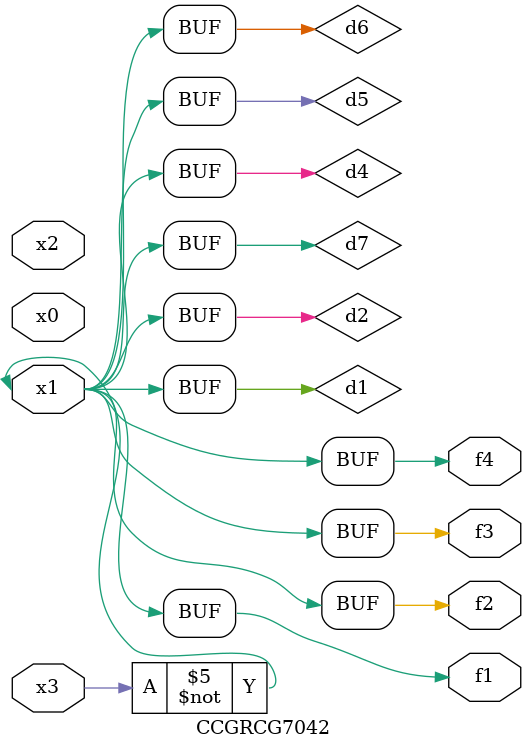
<source format=v>
module CCGRCG7042(
	input x0, x1, x2, x3,
	output f1, f2, f3, f4
);

	wire d1, d2, d3, d4, d5, d6, d7;

	not (d1, x3);
	buf (d2, x1);
	xnor (d3, d1, d2);
	nor (d4, d1);
	buf (d5, d1, d2);
	buf (d6, d4, d5);
	nand (d7, d4);
	assign f1 = d6;
	assign f2 = d7;
	assign f3 = d6;
	assign f4 = d6;
endmodule

</source>
